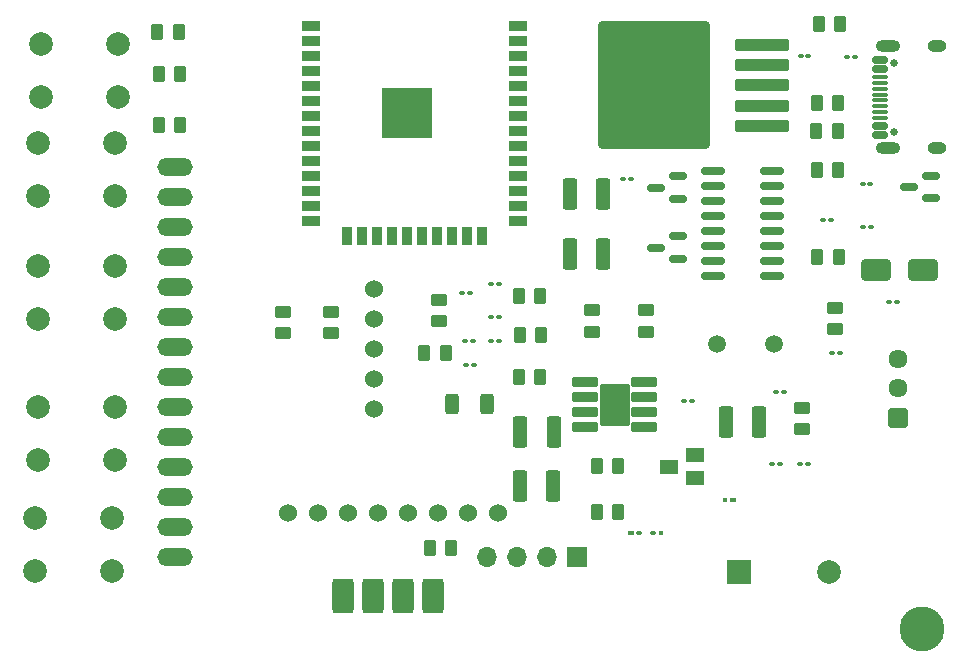
<source format=gts>
%TF.GenerationSoftware,KiCad,Pcbnew,7.0.10*%
%TF.CreationDate,2024-08-15T13:32:22+05:30*%
%TF.ProjectId,Watch,57617463-682e-46b6-9963-61645f706362,rev?*%
%TF.SameCoordinates,Original*%
%TF.FileFunction,Soldermask,Top*%
%TF.FilePolarity,Negative*%
%FSLAX46Y46*%
G04 Gerber Fmt 4.6, Leading zero omitted, Abs format (unit mm)*
G04 Created by KiCad (PCBNEW 7.0.10) date 2024-08-15 13:32:22*
%MOMM*%
%LPD*%
G01*
G04 APERTURE LIST*
G04 Aperture macros list*
%AMRoundRect*
0 Rectangle with rounded corners*
0 $1 Rounding radius*
0 $2 $3 $4 $5 $6 $7 $8 $9 X,Y pos of 4 corners*
0 Add a 4 corners polygon primitive as box body*
4,1,4,$2,$3,$4,$5,$6,$7,$8,$9,$2,$3,0*
0 Add four circle primitives for the rounded corners*
1,1,$1+$1,$2,$3*
1,1,$1+$1,$4,$5*
1,1,$1+$1,$6,$7*
1,1,$1+$1,$8,$9*
0 Add four rect primitives between the rounded corners*
20,1,$1+$1,$2,$3,$4,$5,0*
20,1,$1+$1,$4,$5,$6,$7,0*
20,1,$1+$1,$6,$7,$8,$9,0*
20,1,$1+$1,$8,$9,$2,$3,0*%
G04 Aperture macros list end*
%ADD10C,3.800000*%
%ADD11C,1.612000*%
%ADD12RoundRect,0.102000X0.704000X-0.704000X0.704000X0.704000X-0.704000X0.704000X-0.704000X-0.704000X0*%
%ADD13C,2.000000*%
%ADD14RoundRect,0.281250X-0.618750X-1.188750X0.618750X-1.188750X0.618750X1.188750X-0.618750X1.188750X0*%
%ADD15RoundRect,0.100000X-0.125000X-0.100000X0.125000X-0.100000X0.125000X0.100000X-0.125000X0.100000X0*%
%ADD16RoundRect,0.100000X-0.140000X-0.100000X0.140000X-0.100000X0.140000X0.100000X-0.140000X0.100000X0*%
%ADD17RoundRect,0.250000X-0.375000X-1.075000X0.375000X-1.075000X0.375000X1.075000X-0.375000X1.075000X0*%
%ADD18RoundRect,0.100000X-0.115000X-0.100000X0.115000X-0.100000X0.115000X0.100000X-0.115000X0.100000X0*%
%ADD19RoundRect,0.250000X0.262500X0.450000X-0.262500X0.450000X-0.262500X-0.450000X0.262500X-0.450000X0*%
%ADD20RoundRect,0.100000X-0.150000X-0.100000X0.150000X-0.100000X0.150000X0.100000X-0.150000X0.100000X0*%
%ADD21RoundRect,0.100000X-0.100000X-0.100000X0.100000X-0.100000X0.100000X0.100000X-0.100000X0.100000X0*%
%ADD22RoundRect,0.250000X-0.262500X-0.450000X0.262500X-0.450000X0.262500X0.450000X-0.262500X0.450000X0*%
%ADD23RoundRect,0.100000X-0.130000X-0.100000X0.130000X-0.100000X0.130000X0.100000X-0.130000X0.100000X0*%
%ADD24R,1.700000X1.700000*%
%ADD25O,1.700000X1.700000*%
%ADD26RoundRect,0.150000X0.587500X0.150000X-0.587500X0.150000X-0.587500X-0.150000X0.587500X-0.150000X0*%
%ADD27O,1.600000X1.000000*%
%ADD28O,2.100000X1.000000*%
%ADD29RoundRect,0.150000X0.500000X-0.150000X0.500000X0.150000X-0.500000X0.150000X-0.500000X-0.150000X0*%
%ADD30RoundRect,0.075000X0.575000X-0.075000X0.575000X0.075000X-0.575000X0.075000X-0.575000X-0.075000X0*%
%ADD31C,0.650000*%
%ADD32RoundRect,0.100000X0.130000X0.100000X-0.130000X0.100000X-0.130000X-0.100000X0.130000X-0.100000X0*%
%ADD33RoundRect,0.250000X0.450000X-0.262500X0.450000X0.262500X-0.450000X0.262500X-0.450000X-0.262500X0*%
%ADD34RoundRect,0.100000X-0.105000X-0.100000X0.105000X-0.100000X0.105000X0.100000X-0.105000X0.100000X0*%
%ADD35RoundRect,0.100000X-0.120000X-0.100000X0.120000X-0.100000X0.120000X0.100000X-0.120000X0.100000X0*%
%ADD36RoundRect,0.250000X2.050000X0.300000X-2.050000X0.300000X-2.050000X-0.300000X2.050000X-0.300000X0*%
%ADD37RoundRect,0.250002X4.449998X5.149998X-4.449998X5.149998X-4.449998X-5.149998X4.449998X-5.149998X0*%
%ADD38RoundRect,0.250000X0.312500X0.625000X-0.312500X0.625000X-0.312500X-0.625000X0.312500X-0.625000X0*%
%ADD39C,1.524000*%
%ADD40C,1.500000*%
%ADD41RoundRect,0.250000X-1.000000X-0.650000X1.000000X-0.650000X1.000000X0.650000X-1.000000X0.650000X0*%
%ADD42O,3.000000X1.500000*%
%ADD43R,2.000000X2.000000*%
%ADD44RoundRect,0.102000X0.700000X-0.500000X0.700000X0.500000X-0.700000X0.500000X-0.700000X-0.500000X0*%
%ADD45RoundRect,0.100500X-0.986500X-0.301500X0.986500X-0.301500X0.986500X0.301500X-0.986500X0.301500X0*%
%ADD46RoundRect,0.102000X-1.206500X-1.651000X1.206500X-1.651000X1.206500X1.651000X-1.206500X1.651000X0*%
%ADD47R,1.500000X0.900000*%
%ADD48R,0.900000X1.500000*%
%ADD49R,4.200000X4.200000*%
%ADD50RoundRect,0.150000X0.825000X0.150000X-0.825000X0.150000X-0.825000X-0.150000X0.825000X-0.150000X0*%
G04 APERTURE END LIST*
D10*
%TO.C,M2*%
X158750000Y-125476000D03*
%TD*%
D11*
%TO.C,SW1*%
X156718000Y-102616000D03*
X156718000Y-105116000D03*
D12*
X156718000Y-107616000D03*
%TD*%
D13*
%TO.C,BOOT*%
X83872000Y-106716000D03*
X90372000Y-106716000D03*
X83872000Y-111216000D03*
X90372000Y-111216000D03*
%TD*%
%TO.C,Failsafe*%
X84126000Y-75982000D03*
X90626000Y-75982000D03*
X84126000Y-80482000D03*
X90626000Y-80482000D03*
%TD*%
%TO.C,Reset*%
X83618000Y-116114000D03*
X90118000Y-116114000D03*
X83618000Y-120614000D03*
X90118000Y-120614000D03*
%TD*%
D14*
%TO.C,GPS*%
X109728000Y-122682000D03*
X112268000Y-122682000D03*
X114808000Y-122682000D03*
X117348000Y-122682000D03*
%TD*%
D15*
%TO.C,C7*%
X134726000Y-117348000D03*
D16*
X134046000Y-117348000D03*
%TD*%
D17*
%TO.C,D4*%
X131702000Y-88646000D03*
X128902000Y-88646000D03*
%TD*%
D18*
%TO.C,C6*%
X122911000Y-101092000D03*
X122271000Y-101092000D03*
%TD*%
D17*
%TO.C,D3*%
X131702000Y-93726000D03*
X128902000Y-93726000D03*
%TD*%
D19*
%TO.C,R15*%
X118411000Y-102108000D03*
X116586000Y-102108000D03*
%TD*%
D20*
%TO.C,R11*%
X142723000Y-114554000D03*
D21*
X142069000Y-114554000D03*
%TD*%
D19*
%TO.C,R1*%
X151792500Y-74300000D03*
X149967500Y-74300000D03*
%TD*%
D22*
%TO.C,R19*%
X124563500Y-104170000D03*
X126388500Y-104170000D03*
%TD*%
D23*
%TO.C,C1*%
X154415000Y-91460000D03*
X153745000Y-91460000D03*
%TD*%
D22*
%TO.C,R4*%
X149817500Y-81010000D03*
X151642500Y-81010000D03*
%TD*%
D24*
%TO.C,J3*%
X129540000Y-119380000D03*
D25*
X127000000Y-119380000D03*
X124460000Y-119380000D03*
X121920000Y-119380000D03*
%TD*%
D26*
%TO.C,Q3*%
X138097500Y-89088000D03*
X138097500Y-87188000D03*
X136222500Y-88138000D03*
%TD*%
D17*
%TO.C,D5*%
X127530000Y-108820000D03*
X124730000Y-108820000D03*
%TD*%
D27*
%TO.C,J1*%
X160030000Y-76180000D03*
D28*
X155850000Y-76180000D03*
D27*
X160030000Y-84820000D03*
D28*
X155850000Y-84820000D03*
D29*
X155210000Y-83700000D03*
X155210000Y-82900000D03*
D30*
X155210000Y-82250000D03*
X155210000Y-81250000D03*
X155210000Y-79750000D03*
X155210000Y-78750000D03*
D29*
X155210000Y-78100000D03*
X155210000Y-77300000D03*
X155210000Y-77300000D03*
X155210000Y-78100000D03*
D30*
X155210000Y-79250000D03*
X155210000Y-80250000D03*
X155210000Y-80750000D03*
X155210000Y-81750000D03*
D29*
X155210000Y-82900000D03*
X155210000Y-83700000D03*
D31*
X156350000Y-77610000D03*
X156350000Y-83390000D03*
%TD*%
D23*
%TO.C,C14*%
X134087000Y-87376000D03*
X133420000Y-87376000D03*
%TD*%
%TO.C,C19*%
X122911000Y-96266000D03*
X122245000Y-96266000D03*
%TD*%
D32*
%TO.C,C13*%
X151100000Y-102108000D03*
X151770000Y-102108000D03*
%TD*%
D19*
%TO.C,R25*%
X95908500Y-78486000D03*
X94083500Y-78486000D03*
%TD*%
D17*
%TO.C,D6*%
X124690000Y-113410000D03*
X127490000Y-113410000D03*
%TD*%
D33*
%TO.C,R14*%
X130810000Y-100330000D03*
X130810000Y-98505000D03*
%TD*%
%TO.C,R18*%
X151384000Y-100123000D03*
X151384000Y-98298000D03*
%TD*%
D22*
%TO.C,R21*%
X131167500Y-115570000D03*
X132992500Y-115570000D03*
%TD*%
D34*
%TO.C,R12*%
X136627000Y-117348000D03*
D35*
X135987000Y-117348000D03*
%TD*%
D32*
%TO.C,C17*%
X146023000Y-111506000D03*
X146690000Y-111506000D03*
%TD*%
D23*
%TO.C,C16*%
X149073000Y-111506000D03*
X148409000Y-111506000D03*
%TD*%
%TO.C,R2*%
X154360000Y-87790000D03*
X153695000Y-87790000D03*
%TD*%
D22*
%TO.C,R3*%
X149777500Y-83360000D03*
X151602500Y-83360000D03*
%TD*%
D23*
%TO.C,C15*%
X120462000Y-97028000D03*
X119795000Y-97028000D03*
%TD*%
D32*
%TO.C,C8*%
X146375000Y-105410000D03*
X147041000Y-105410000D03*
%TD*%
D36*
%TO.C,U2*%
X145179000Y-82883000D03*
X145179000Y-81183000D03*
X145179000Y-79483000D03*
D37*
X136029000Y-79483000D03*
D36*
X145179000Y-77783000D03*
X145179000Y-76083000D03*
%TD*%
D38*
%TO.C,R17*%
X121858500Y-106426000D03*
X118933500Y-106426000D03*
%TD*%
D33*
%TO.C,R9*%
X104648000Y-100480500D03*
X104648000Y-98655500D03*
%TD*%
D22*
%TO.C,C5*%
X149837500Y-94000000D03*
X151662500Y-94000000D03*
%TD*%
%TO.C,R20*%
X131175000Y-111730000D03*
X133000000Y-111730000D03*
%TD*%
%TO.C,R7*%
X124667000Y-100584000D03*
X126492000Y-100584000D03*
%TD*%
D39*
%TO.C,U6*%
X105029000Y-115697000D03*
X107569000Y-115697000D03*
X110109000Y-115697000D03*
X112649000Y-115697000D03*
X115189000Y-115697000D03*
X117729000Y-115697000D03*
X120269000Y-115697000D03*
X122809000Y-115697000D03*
%TD*%
D40*
%TO.C,Y1*%
X146214000Y-101346000D03*
X141334000Y-101346000D03*
%TD*%
D33*
%TO.C,R6*%
X148590000Y-108608500D03*
X148590000Y-106783500D03*
%TD*%
D13*
%TO.C,Control_1*%
X90372000Y-88864000D03*
X83872000Y-88864000D03*
X90372000Y-84364000D03*
X83872000Y-84364000D03*
%TD*%
D33*
%TO.C,R8*%
X117856000Y-99464500D03*
X117856000Y-97639500D03*
%TD*%
D32*
%TO.C,C12*%
X120139000Y-103124000D03*
X120807000Y-103124000D03*
%TD*%
D22*
%TO.C,R23*%
X94083500Y-82804000D03*
X95908500Y-82804000D03*
%TD*%
D41*
%TO.C,D1*%
X154840000Y-95120000D03*
X158840000Y-95120000D03*
%TD*%
D23*
%TO.C,C18*%
X156621000Y-97790000D03*
X155955000Y-97790000D03*
%TD*%
%TO.C,C11*%
X120050000Y-101092000D03*
X120716000Y-101092000D03*
%TD*%
D39*
%TO.C,MAX1*%
X112363000Y-96679000D03*
X112363000Y-99219000D03*
X112363000Y-101759000D03*
X112363000Y-104299000D03*
X112363000Y-106839000D03*
%TD*%
D26*
%TO.C,Q2*%
X138097500Y-94168000D03*
X138097500Y-92268000D03*
X136222500Y-93218000D03*
%TD*%
D23*
%TO.C,C4*%
X151020000Y-90860000D03*
X150350000Y-90860000D03*
%TD*%
D42*
%TO.C,U3*%
X95504000Y-86360000D03*
X95504000Y-88900000D03*
X95504000Y-91440000D03*
X95504000Y-93980000D03*
X95504000Y-96520000D03*
X95504000Y-99060000D03*
X95504000Y-101600000D03*
X95504000Y-104140000D03*
X95504000Y-106680000D03*
X95504000Y-109220000D03*
X95504000Y-111760000D03*
X95504000Y-114300000D03*
X95504000Y-116840000D03*
X95504000Y-119380000D03*
%TD*%
D32*
%TO.C,C2*%
X148450000Y-77030000D03*
X149115000Y-77030000D03*
%TD*%
D23*
%TO.C,C10*%
X139258000Y-106172000D03*
X138590000Y-106172000D03*
%TD*%
D13*
%TO.C,Control_2*%
X83872000Y-94778000D03*
X90372000Y-94778000D03*
X83872000Y-99278000D03*
X90372000Y-99278000D03*
%TD*%
D43*
%TO.C,BZ1*%
X143266000Y-120650000D03*
D13*
X150866000Y-120650000D03*
%TD*%
D33*
%TO.C,R10*%
X108712000Y-100480500D03*
X108712000Y-98655500D03*
%TD*%
D26*
%TO.C,Q1*%
X159512000Y-89022000D03*
X159512000Y-87122000D03*
X157637000Y-88072000D03*
%TD*%
D19*
%TO.C,R16*%
X126388500Y-97282000D03*
X124563500Y-97282000D03*
%TD*%
D22*
%TO.C,R5*%
X149807500Y-86620000D03*
X151632500Y-86620000D03*
%TD*%
D32*
%TO.C,C3*%
X152350000Y-77070000D03*
X153020000Y-77070000D03*
%TD*%
D22*
%TO.C,R24*%
X93980000Y-74930000D03*
X95805000Y-74930000D03*
%TD*%
D44*
%TO.C,Q4*%
X139530000Y-112710000D03*
X139530000Y-110810000D03*
X137330000Y-111760000D03*
%TD*%
D45*
%TO.C,U5*%
X130220000Y-104620000D03*
X130220000Y-105890000D03*
X130220000Y-107160000D03*
X130220000Y-108430000D03*
X135170000Y-108430000D03*
X135170000Y-107160000D03*
X135170000Y-105890000D03*
X135170000Y-104620000D03*
D46*
X132695000Y-106525000D03*
%TD*%
D33*
%TO.C,R13*%
X135382000Y-100330000D03*
X135382000Y-98505000D03*
%TD*%
D17*
%TO.C,D2*%
X144910000Y-107950000D03*
X142110000Y-107950000D03*
%TD*%
D23*
%TO.C,C9*%
X122911000Y-99060000D03*
X122240000Y-99060000D03*
%TD*%
D19*
%TO.C,R22*%
X118872000Y-118618000D03*
X117047000Y-118618000D03*
%TD*%
D47*
%TO.C,U1*%
X107030000Y-74440000D03*
X107030000Y-75710000D03*
X107030000Y-76980000D03*
X107030000Y-78250000D03*
X107030000Y-79520000D03*
X107030000Y-80790000D03*
X107030000Y-82060000D03*
X107030000Y-83330000D03*
X107030000Y-84600000D03*
X107030000Y-85870000D03*
X107030000Y-87140000D03*
X107030000Y-88410000D03*
X107030000Y-89680000D03*
X107030000Y-90950000D03*
D48*
X110070000Y-92200000D03*
X111340000Y-92200000D03*
X112610000Y-92200000D03*
X113880000Y-92200000D03*
X115150000Y-92200000D03*
X116420000Y-92200000D03*
X117690000Y-92200000D03*
X118960000Y-92200000D03*
X120230000Y-92200000D03*
X121500000Y-92200000D03*
D47*
X124530000Y-90950000D03*
X124530000Y-89680000D03*
X124530000Y-88410000D03*
X124530000Y-87140000D03*
X124530000Y-85870000D03*
X124530000Y-84600000D03*
X124530000Y-83330000D03*
X124530000Y-82060000D03*
X124530000Y-80790000D03*
X124530000Y-79520000D03*
X124530000Y-78250000D03*
X124530000Y-76980000D03*
X124530000Y-75710000D03*
X124530000Y-74440000D03*
D49*
X115100000Y-81780000D03*
%TD*%
D50*
%TO.C,U4*%
X145985000Y-95631000D03*
X145985000Y-94361000D03*
X145985000Y-93091000D03*
X145985000Y-91821000D03*
X145985000Y-90551000D03*
X145985000Y-89281000D03*
X145985000Y-88011000D03*
X145985000Y-86741000D03*
X141035000Y-86741000D03*
X141035000Y-88011000D03*
X141035000Y-89281000D03*
X141035000Y-90551000D03*
X141035000Y-91821000D03*
X141035000Y-93091000D03*
X141035000Y-94361000D03*
X141035000Y-95631000D03*
%TD*%
M02*

</source>
